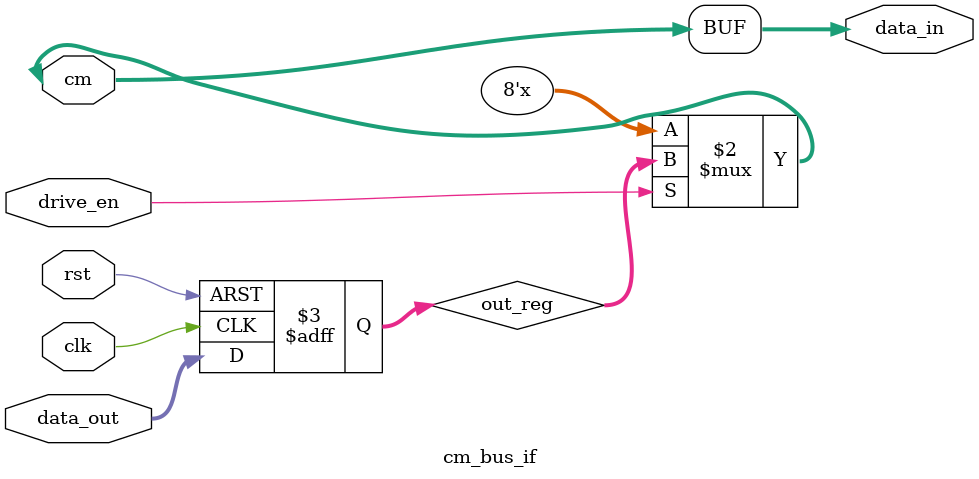
<source format=v>
module top(
    input  wire        CLK_50,
    input  wire        CLK_inter,   // MCU-driven interconnect clock
    input  wire [0:0]  SW,          // active-high reset
    inout  wire [7:0]  CM,          // bidirectional bus
    output wire [7:0]  LED
);

    // ----------------------------------------
    // Protocol bytes
    // ----------------------------------------
    localparam [7:0] START_BYTE         = 8'h01;
    localparam [7:0] BEGIN_GUESSING     = 8'h02;
    localparam [7:0] YES                = 8'h03;
    localparam [7:0] NO                 = 8'h04;
    localparam [7:0] END_BYTE           = 8'h05;
    localparam [7:0] START_GUESS_RANGE  = 8'h06;

    // ----------------------------------------
    // FSM states (4-bit)
    // ----------------------------------------
    localparam [3:0]
        IDLE              = 4'h0,
        WAIT_BEFORE_START = 4'h1,
        SEND_START        = 4'h2,
        SEND_DATA         = 4'h4,
        SEND_END          = 4'h6,
        WAIT_REPLY        = 4'h8;

    // ----------------------------------------
    // Registers / wires
    // ----------------------------------------
    reg  [3:0] current_state, next_state;
    reg  [7:0] data_out;
    reg        drive_en;
    reg  [7:0] guess_byte;

    wire [7:0] data_in;

    // Show current guess on LEDs for debug
    assign LED = guess_byte;

    // ----------------------------------------
    // Guess counter: initialize and increment only on MCU NO reply
    // ----------------------------------------
    always @(posedge CLK_50) begin
        if (SW[0]) begin
            guess_byte <= START_GUESS_RANGE; // start at 0x05 per your design
        end else begin
            // increment only when we are in WAIT_REPLY and MCU replied NO
            if (current_state == WAIT_REPLY && data_in == NO) begin
                if (guess_byte == 8'hFF)
                    guess_byte <= START_GUESS_RANGE;
                else
                    guess_byte <= guess_byte + 1;
            end
        end
    end

    // ----------------------------------------
    // Detect full MCU clock pulse (rising then falling)
    // sample clk edges using CLK_50 domain
    // ----------------------------------------
    reg clk_inter_d;
    always @(posedge CLK_50) clk_inter_d <= CLK_inter;

    wire clk_rise = CLK_inter & ~clk_inter_d;
    wire clk_fall = ~CLK_inter & clk_inter_d;

    // saw_rise indicates we've seen a rising edge and are waiting for the falling edge
    reg saw_rise;
    wire full_pulse = saw_rise && clk_fall;

    always @(posedge CLK_50) begin
        if (SW[0]) begin
            saw_rise <= 1'b0;
        end else begin
            if (clk_rise)
                saw_rise <= 1'b1;
            if (clk_fall)
                saw_rise <= 1'b0; // clear after falling -> completes full pulse
        end
    end

    // ----------------------------------------
    // Next-state (combinational)
    // ----------------------------------------
    always @(*) begin
        next_state = current_state; // default to hold
        case (current_state)
            IDLE: begin
                if (data_in == BEGIN_GUESSING)
                    next_state = WAIT_BEFORE_START;
                else
                    next_state = IDLE;
            end

            WAIT_BEFORE_START: begin
                // Wait for MCU to provide one pulse (used to pace start)
                if (full_pulse)
                    next_state = SEND_START;
                else
                    next_state = WAIT_BEFORE_START;
            end

            SEND_START: begin
                // hold START for one pulse then move to SEND_DATA
                if (full_pulse)
                    next_state = SEND_DATA;
                else
                    next_state = SEND_START;
            end

            SEND_DATA: begin
                if (full_pulse)
                    next_state = SEND_END;
                else
                    next_state = SEND_DATA;
            end

            SEND_END: begin
                if (full_pulse)
                    next_state = WAIT_REPLY;
                else
                    next_state = SEND_END;
            end

            WAIT_REPLY: begin
                if (data_in == YES)
                    next_state = IDLE;               // success, restart
                else if (data_in == NO)
                    next_state = WAIT_BEFORE_START;  // try next guess
                else
                    next_state = WAIT_REPLY;         // keep waiting
            end

            default: next_state = IDLE;
        endcase
    end

    // ----------------------------------------
    // Output logic (combinational)
    // drive_en and data_out MUST hold stable for the whole SEND_* state
    // ----------------------------------------
    always @(*) begin
        // defaults
        drive_en = 1'b0;
        data_out = 8'h00;

        case (current_state)
            SEND_START: begin
                drive_en = 1'b1;
                data_out = START_BYTE;
            end

            SEND_DATA: begin
                drive_en = 1'b1;
                data_out = guess_byte;
            end

            SEND_END: begin
                drive_en = 1'b1;
                data_out = END_BYTE;
            end

            default: begin
                drive_en = 1'b0;   // listen
                data_out = 8'h00;  // value ignored when not driving
            end
        endcase
    end

    // ----------------------------------------
    // State register (synchronous)
    // ----------------------------------------
    always @(posedge CLK_50) begin
        if (SW[0])
            current_state <= IDLE;
        else
            current_state <= next_state;
    end

    // ----------------------------------------
    // Instantiate bus interface
    // ----------------------------------------
    cm_bus_if cmb_0(
        .clk(CLK_inter),
        .rst(SW[0]),
        .data_out(data_out),
        .drive_en(drive_en),
        .data_in(data_in),
        .cm(CM)
    );

endmodule


// ------------------------------------------------------------------
// cm_bus_if: tri-state bus interface used by top
// - data_out is sampled/registered on rising edge of CLK_inter to
//   give stable outputs synchronized with MCU clock
// - when drive_en==1 the FPGA drives the bus; otherwise bus is Z
// - data_in reads the bus (unsigned 8-bit)
// ------------------------------------------------------------------
module cm_bus_if (
    input  wire       clk,       // MCU clock line
    input  wire       rst,
    input  wire [7:0] data_out,  // value to drive when drive_en=1
    input  wire       drive_en,
    output wire [7:0] data_in,
    inout  wire [7:0] cm
);
    // register outgoing data synchronized to clk (helps setup/hold)
    reg [7:0] out_reg;
    always @(posedge clk or posedge rst) begin
        if (rst)
            out_reg <= 8'h00;
        else
            out_reg <= data_out;
    end

    // tri-state driver: cm driven only when drive_en is asserted
    assign cm = drive_en ? out_reg : 8'bZZ;

    // sample bus asynchronously into FPGA domain via simple assign
    // (top synchronizes usage of data_in using full_pulse and CLK_50 domain)
    assign data_in = cm;

endmodule

</source>
